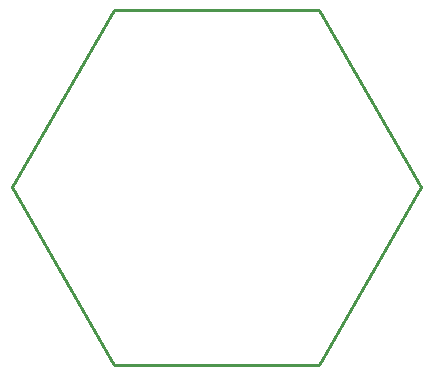
<source format=gbr>
G04 EAGLE Gerber RS-274X export*
G75*
%MOMM*%
%FSLAX34Y34*%
%LPD*%
%IN*%
%IPPOS*%
%AMOC8*
5,1,8,0,0,1.08239X$1,22.5*%
G01*
%ADD10C,0.254000*%


D10*
X0Y150000D02*
X86600Y0D01*
X259800Y0D01*
X346400Y150000D01*
X259800Y300000D01*
X86600Y300000D01*
X0Y150000D01*
M02*

</source>
